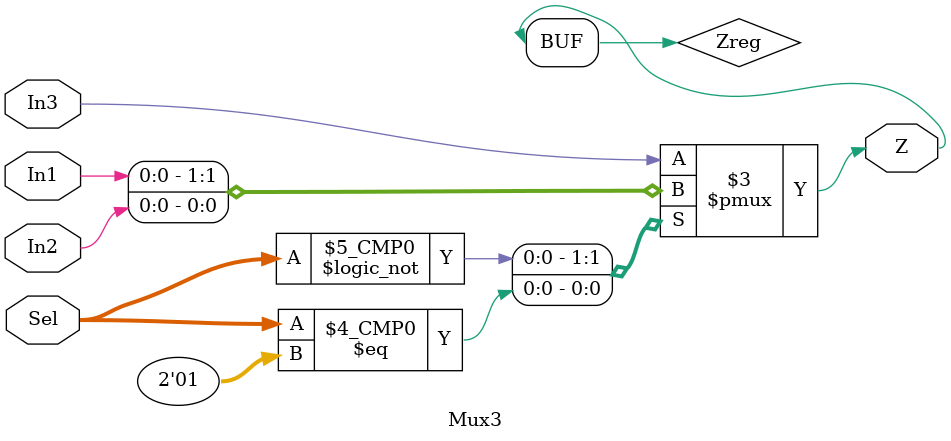
<source format=v>
module Mux3 (output Z, input[1:0] Sel
            , input In1, In2, In3
            );
reg Zreg;
//
assign Z = Zreg;
//
always@(*)
  case (Sel)
    2'b00 : Zreg = In1;
    2'b01 : Zreg = In2;
  default : Zreg = In3;
  endcase
//
endmodule // Mux3.

</source>
